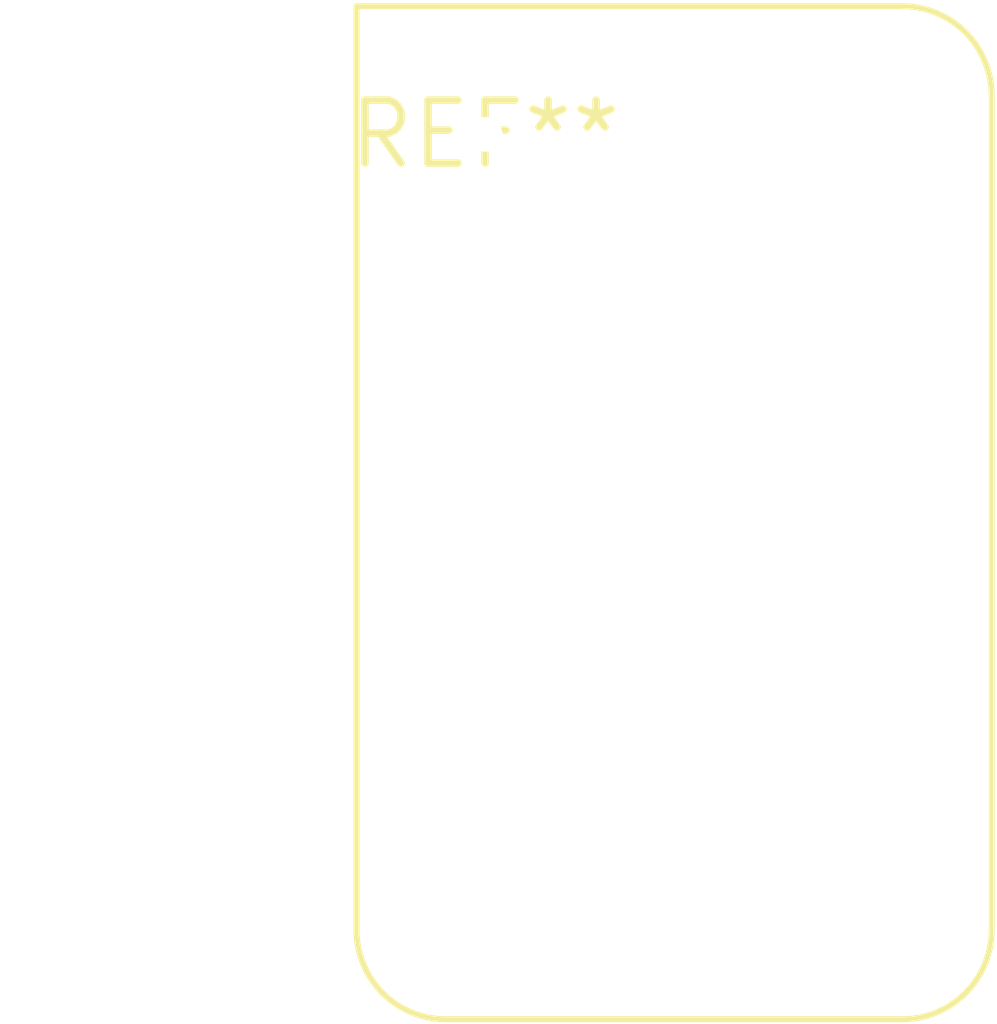
<source format=kicad_pcb>
(kicad_pcb (version 20240108) (generator pcbnew)
  (layers (0 "F.Cu" signal) (31 "B.Cu" signal) (34 "B.Paste" user) (35 "F.Paste" user) (36 "B.SilkS" user "B.Silkscreen") (37 "F.SilkS" user "F.Silkscreen") (38 "B.Mask" user) (39 "F.Mask" user) (44 "Edge.Cuts" user))
  (net 0 "")
  (footprint "Hamamatsu_C12880" (layer "F.Cu") (at 0 0)
    (property "Reference" "REF**")
    (property "Value" "Hamamatsu_C12880")
    (fp_line (start -2.59 -2.58) (end -2.59 16.02) (layer "F.SilkS") (stroke (width 0.12)))
    (fp_line (start -0.79 17.82) (end 8.41 17.82) (layer "F.SilkS") (stroke (width 0.12)))
    (fp_line (start 8.41 -2.58) (end -2.59 -2.58) (layer "F.SilkS") (stroke (width 0.12)))
    (fp_line (start 10.21 16.02) (end 10.21 -0.78) (layer "F.SilkS") (stroke (width 0.12)))
    (fp_arc (start -0.79 17.82) (mid -2.062792 17.292792) (end -2.59 16.02) (layer "F.SilkS") (stroke (width 0.12)))
    (fp_arc (start 8.41 -2.58) (mid 9.682792 -2.052792) (end 10.21 -0.78) (layer "F.SilkS") (stroke (width 0.12)))
    (fp_arc (start 10.21 16.02) (mid 9.682792 17.292792) (end 8.41 17.82) (layer "F.SilkS") (stroke (width 0.12)))
    (pad "1" thru_hole roundrect (at 0 0) (size 1.4 1.4) (drill 0.7) (layers *.Cu *.Mask) (remove_unused_layers) (roundrect_rratio 0.1785))
    (pad "2" thru_hole circle (at 0 2.54) (size 1.4 1.4) (drill 0.7) (layers *.Cu *.Mask) (remove_unused_layers))
    (pad "3" thru_hole circle (at 0 10.16) (size 1.4 1.4) (drill 0.7) (layers *.Cu *.Mask) (remove_unused_layers))
    (pad "4" thru_hole circle (at 0 12.7) (size 1.4 1.4) (drill 0.7) (layers *.Cu *.Mask) (remove_unused_layers))
    (pad "5" thru_hole circle (at 0 15.24) (size 1.4 1.4) (drill 0.7) (layers *.Cu *.Mask) (remove_unused_layers))
    (pad "6" thru_hole circle (at 7.62 15.24) (size 1.4 1.4) (drill 0.7) (layers *.Cu *.Mask) (remove_unused_layers))
    (pad "7" thru_hole circle (at 7.62 12.7) (size 1.4 1.4) (drill 0.7) (layers *.Cu *.Mask) (remove_unused_layers))
    (pad "8" thru_hole circle (at 7.62 10.16) (size 1.4 1.4) (drill 0.7) (layers *.Cu *.Mask) (remove_unused_layers))
    (pad "9" thru_hole circle (at 7.62 2.54) (size 1.4 1.4) (drill 0.7) (layers *.Cu *.Mask) (remove_unused_layers))
    (pad "10" thru_hole circle (at 7.62 0) (size 1.4 1.4) (drill 0.7) (layers *.Cu *.Mask) (remove_unused_layers))
  )
)
</source>
